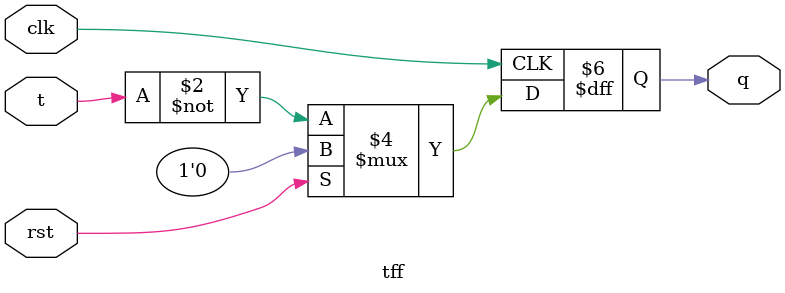
<source format=v>
module tff(input clk,rst,t,output reg q);
  always@(posedge clk )begin
    if(rst)begin
      q<=0;
    end
    else begin
      q<=~t;
    end
  end
endmodule

</source>
